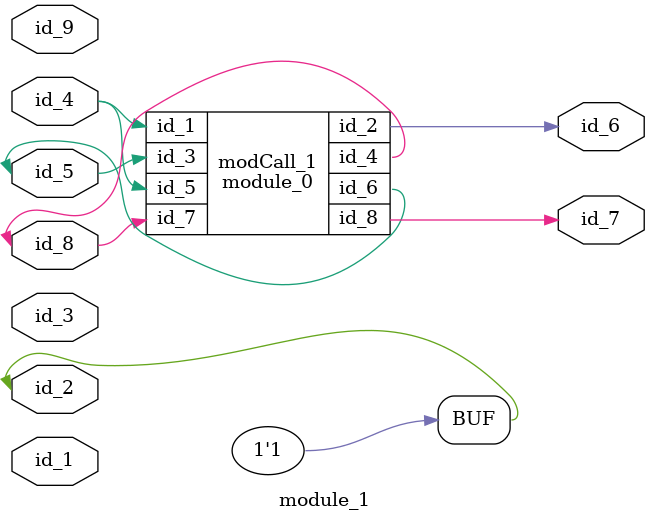
<source format=v>
module module_0 (
    id_1,
    id_2,
    id_3,
    id_4,
    id_5,
    id_6,
    id_7,
    id_8
);
  output wire id_8;
  input wire id_7;
  inout wire id_6;
  input wire id_5;
  inout wire id_4;
  input wire id_3;
  output wire id_2;
  input wire id_1;
  localparam id_9 = 1;
endmodule
module module_1 (
    id_1,
    id_2,
    id_3,
    id_4,
    id_5,
    id_6,
    id_7,
    id_8,
    id_9
);
  input wire id_9;
  inout wire id_8;
  output wire id_7;
  output wire id_6;
  inout wire id_5;
  input wire id_4;
  input wire id_3;
  inout reg id_2;
  module_0 modCall_1 (
      id_4,
      id_6,
      id_5,
      id_8,
      id_4,
      id_5,
      id_8,
      id_7
  );
  input wire id_1;
  always @(-1 or 1) id_2 = 1;
endmodule

</source>
